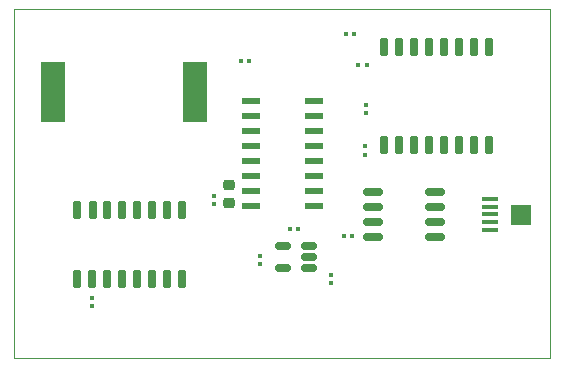
<source format=gbr>
%TF.GenerationSoftware,KiCad,Pcbnew,7.0.6*%
%TF.CreationDate,2024-03-10T16:24:53+08:00*%
%TF.ProjectId,Digital Clock,44696769-7461-46c2-9043-6c6f636b2e6b,_____*%
%TF.SameCoordinates,Original*%
%TF.FileFunction,Paste,Top*%
%TF.FilePolarity,Positive*%
%FSLAX46Y46*%
G04 Gerber Fmt 4.6, Leading zero omitted, Abs format (unit mm)*
G04 Created by KiCad (PCBNEW 7.0.6) date 2024-03-10 16:24:53*
%MOMM*%
%LPD*%
G01*
G04 APERTURE LIST*
G04 Aperture macros list*
%AMRoundRect*
0 Rectangle with rounded corners*
0 $1 Rounding radius*
0 $2 $3 $4 $5 $6 $7 $8 $9 X,Y pos of 4 corners*
0 Add a 4 corners polygon primitive as box body*
4,1,4,$2,$3,$4,$5,$6,$7,$8,$9,$2,$3,0*
0 Add four circle primitives for the rounded corners*
1,1,$1+$1,$2,$3*
1,1,$1+$1,$4,$5*
1,1,$1+$1,$6,$7*
1,1,$1+$1,$8,$9*
0 Add four rect primitives between the rounded corners*
20,1,$1+$1,$2,$3,$4,$5,0*
20,1,$1+$1,$4,$5,$6,$7,0*
20,1,$1+$1,$6,$7,$8,$9,0*
20,1,$1+$1,$8,$9,$2,$3,0*%
G04 Aperture macros list end*
%ADD10RoundRect,0.079500X-0.079500X-0.100500X0.079500X-0.100500X0.079500X0.100500X-0.079500X0.100500X0*%
%ADD11R,2.100000X5.080000*%
%ADD12RoundRect,0.079500X-0.100500X0.079500X-0.100500X-0.079500X0.100500X-0.079500X0.100500X0.079500X0*%
%ADD13RoundRect,0.079500X0.100500X-0.079500X0.100500X0.079500X-0.100500X0.079500X-0.100500X-0.079500X0*%
%ADD14RoundRect,0.225000X0.250000X-0.225000X0.250000X0.225000X-0.250000X0.225000X-0.250000X-0.225000X0*%
%ADD15RoundRect,0.150000X-0.150000X0.650000X-0.150000X-0.650000X0.150000X-0.650000X0.150000X0.650000X0*%
%ADD16RoundRect,0.150000X0.512500X0.150000X-0.512500X0.150000X-0.512500X-0.150000X0.512500X-0.150000X0*%
%ADD17R,1.390000X0.430000*%
%ADD18R,1.800000X1.800000*%
%ADD19RoundRect,0.137500X-0.662500X-0.137500X0.662500X-0.137500X0.662500X0.137500X-0.662500X0.137500X0*%
%ADD20RoundRect,0.079500X0.079500X0.100500X-0.079500X0.100500X-0.079500X-0.100500X0.079500X-0.100500X0*%
%ADD21RoundRect,0.150000X0.675000X0.150000X-0.675000X0.150000X-0.675000X-0.150000X0.675000X-0.150000X0*%
%ADD22RoundRect,0.150000X0.150000X-0.650000X0.150000X0.650000X-0.150000X0.650000X-0.150000X-0.650000X0*%
%TA.AperFunction,Profile*%
%ADD23C,0.100000*%
%TD*%
G04 APERTURE END LIST*
D10*
%TO.C,R3*%
X71525000Y-21460000D03*
X72215000Y-21460000D03*
%TD*%
D11*
%TO.C,BZ1*%
X46750000Y-26430000D03*
X58750000Y-26430000D03*
%TD*%
D12*
%TO.C,C5*%
X50010000Y-43815000D03*
X50010000Y-44505000D03*
%TD*%
D13*
%TO.C,C4*%
X73100000Y-31705000D03*
X73100000Y-31015000D03*
%TD*%
D10*
%TO.C,CBP1*%
X66761800Y-38023800D03*
X67451800Y-38023800D03*
%TD*%
D14*
%TO.C,C2*%
X61620000Y-35800000D03*
X61620000Y-34250000D03*
%TD*%
D15*
%TO.C,U5*%
X57660000Y-36360000D03*
X56385000Y-36360000D03*
X55115000Y-36360000D03*
X53845000Y-36360000D03*
X52575000Y-36360000D03*
X51305000Y-36360000D03*
X50060000Y-36360000D03*
X48765000Y-36360000D03*
X48760000Y-42260000D03*
X50030000Y-42260000D03*
X51300000Y-42260000D03*
X52570000Y-42260000D03*
X53840000Y-42260000D03*
X55110000Y-42260000D03*
X56380000Y-42260000D03*
X57650000Y-42260000D03*
%TD*%
D12*
%TO.C,COUT1*%
X64262000Y-40320400D03*
X64262000Y-41010400D03*
%TD*%
D10*
%TO.C,R4*%
X72565000Y-24100000D03*
X73255000Y-24100000D03*
%TD*%
D16*
%TO.C,U2*%
X68422100Y-41336000D03*
X68422100Y-40386000D03*
X68422100Y-39436000D03*
X66147100Y-39436000D03*
X66147100Y-41336000D03*
%TD*%
D17*
%TO.C,J1*%
X83677500Y-38060000D03*
X83677500Y-37410000D03*
X83677500Y-36760000D03*
X83677500Y-36110000D03*
X83677500Y-35460000D03*
D18*
X86337500Y-36790000D03*
%TD*%
D19*
%TO.C,U4*%
X63510000Y-27205000D03*
X63510000Y-28475000D03*
X63510000Y-29745000D03*
X63510000Y-31015000D03*
X63510000Y-32285000D03*
X63510000Y-33555000D03*
X63510000Y-34825000D03*
X63510000Y-36095000D03*
X68810000Y-36095000D03*
X68810000Y-34825000D03*
X68810000Y-33555000D03*
X68810000Y-32285000D03*
X68810000Y-31015000D03*
X68810000Y-29745000D03*
X68810000Y-28475000D03*
X68810000Y-27205000D03*
%TD*%
D10*
%TO.C,R5*%
X62585000Y-23760000D03*
X63275000Y-23760000D03*
%TD*%
D20*
%TO.C,C1*%
X72045000Y-38600000D03*
X71355000Y-38600000D03*
%TD*%
D13*
%TO.C,CIN1*%
X70205600Y-42585200D03*
X70205600Y-41895200D03*
%TD*%
D21*
%TO.C,U1*%
X79035000Y-38665000D03*
X79035000Y-37395000D03*
X79035000Y-36125000D03*
X79035000Y-34855000D03*
X73785000Y-34855000D03*
X73785000Y-36125000D03*
X73785000Y-37395000D03*
X73785000Y-38665000D03*
%TD*%
D22*
%TO.C,U3*%
X74700000Y-30860000D03*
X75970000Y-30860000D03*
X77240000Y-30860000D03*
X78510000Y-30860000D03*
X79780000Y-30860000D03*
X81050000Y-30860000D03*
X82320000Y-30860000D03*
X83590000Y-30860000D03*
X83595000Y-22610000D03*
X82325000Y-22610000D03*
X81055000Y-22610000D03*
X79785000Y-22610000D03*
X78515000Y-22610000D03*
X77245000Y-22610000D03*
X75975000Y-22610000D03*
X74705000Y-22610000D03*
%TD*%
D13*
%TO.C,C3*%
X60370000Y-35920000D03*
X60370000Y-35230000D03*
%TD*%
D12*
%TO.C,R2*%
X73210000Y-27535000D03*
X73210000Y-28225000D03*
%TD*%
D23*
X43410000Y-19400000D02*
X88800000Y-19400000D01*
X88800000Y-48900000D01*
X43410000Y-48900000D01*
X43410000Y-19400000D01*
M02*

</source>
